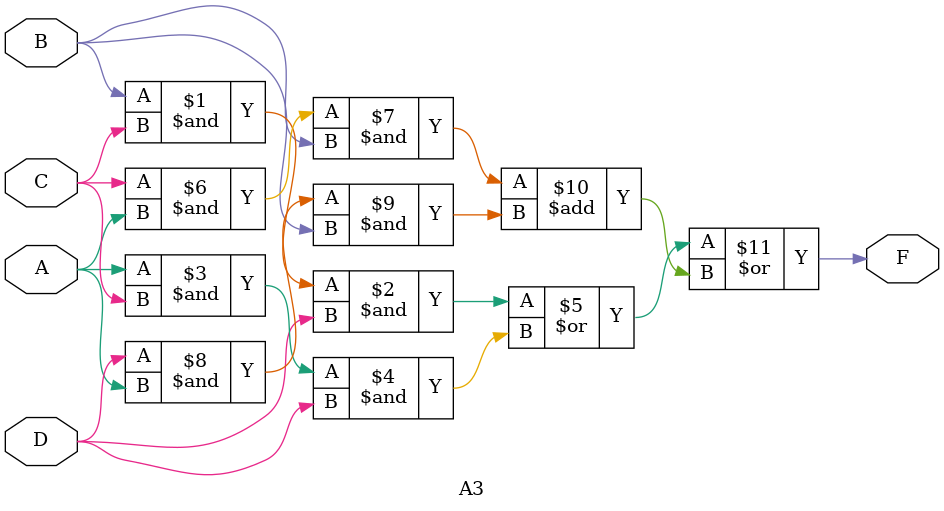
<source format=v>
module A3(A,B,C,D,F);
   input A,B,C,D;
   output F;
   assign F=(B & C & D)|(A & C & D)|(C & A & B)+ (D & A & B);
   
   
   
   

   
endmodule


</source>
